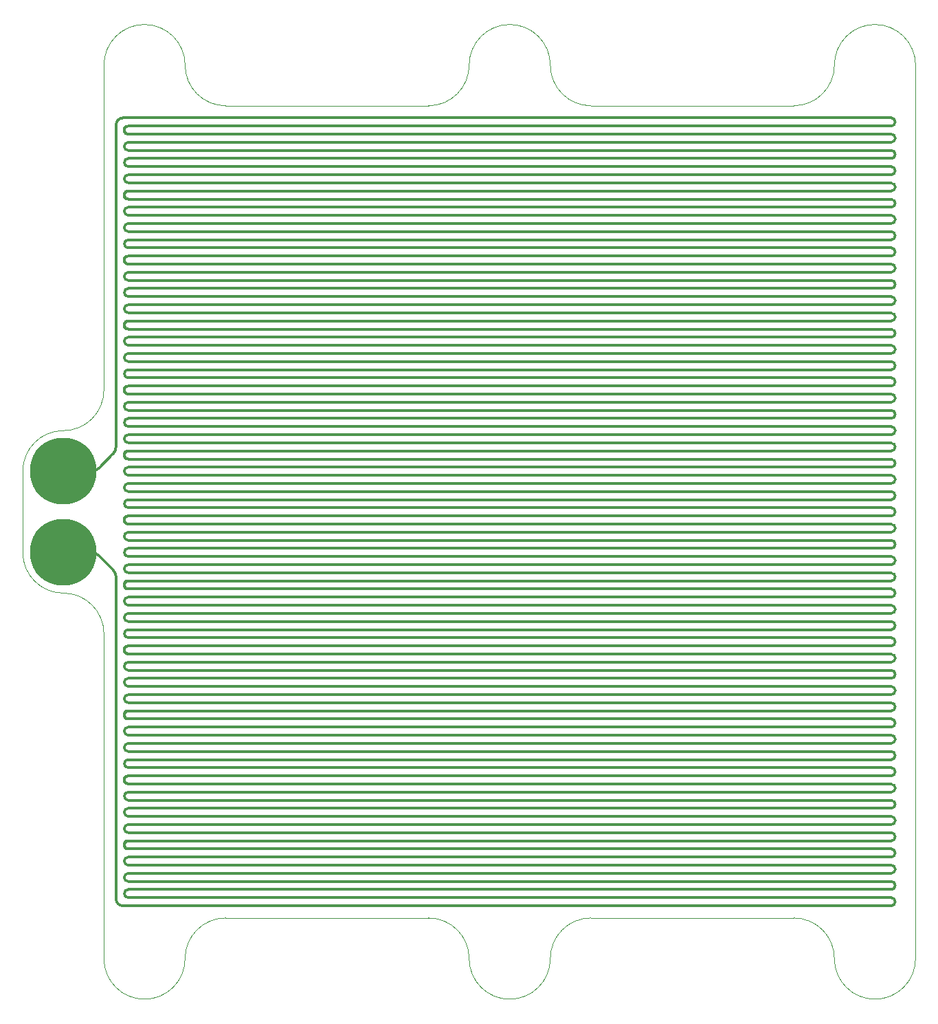
<source format=gbr>
%TF.GenerationSoftware,KiCad,Pcbnew,7.0.5*%
%TF.CreationDate,2023-06-24T20:49:16-04:00*%
%TF.ProjectId,Reflow,5265666c-6f77-42e6-9b69-6361645f7063,rev?*%
%TF.SameCoordinates,Original*%
%TF.FileFunction,Copper,L1,Top*%
%TF.FilePolarity,Positive*%
%FSLAX46Y46*%
G04 Gerber Fmt 4.6, Leading zero omitted, Abs format (unit mm)*
G04 Created by KiCad (PCBNEW 7.0.5) date 2023-06-24 20:49:16*
%MOMM*%
%LPD*%
G01*
G04 APERTURE LIST*
%TA.AperFunction,ComponentPad*%
%ADD10C,8.200000*%
%TD*%
%TA.AperFunction,Conductor*%
%ADD11C,0.300000*%
%TD*%
%TA.AperFunction,Profile*%
%ADD12C,0.100000*%
%TD*%
G04 APERTURE END LIST*
D10*
%TO.P,J8,1,Pin_1*%
%TO.N,Net-(J1-Pin_1)*%
X45000000Y-105000000D03*
%TD*%
%TO.P,J1,1,Pin_1*%
%TO.N,Net-(J1-Pin_1)*%
X45000000Y-95000000D03*
%TD*%
D11*
%TO.N,Net-(J1-Pin_1)*%
X52999999Y-83500000D02*
X147000000Y-83500000D01*
X147000000Y-56500002D02*
X53000000Y-56500002D01*
X147000000Y-72500000D02*
X53000000Y-72500000D01*
X147000000Y-66500000D02*
X52999999Y-66500000D01*
X53000000Y-124500000D02*
X147000000Y-124500000D01*
X147000000Y-65499999D02*
X52999999Y-65499999D01*
X147000000Y-105499999D02*
X52999999Y-105499999D01*
X52999999Y-142500000D02*
X147000000Y-142500000D01*
X53000000Y-68500000D02*
X147000000Y-68500000D01*
X147000000Y-69499999D02*
X52999999Y-69499999D01*
X147000000Y-121499999D02*
X52999999Y-121499999D01*
X52999999Y-119499999D02*
X147000000Y-119499999D01*
X52999999Y-87499999D02*
X147000000Y-87499999D01*
X52999997Y-147500001D02*
X147000000Y-147500001D01*
X52999999Y-143499999D02*
X147000000Y-143499999D01*
X147000000Y-138500000D02*
X52999999Y-138500000D01*
X52999999Y-67500000D02*
X147000000Y-67500000D01*
X52500000Y-108792891D02*
X52500000Y-109207105D01*
X147000000Y-129499999D02*
X52999999Y-129499999D01*
X52500000Y-132792891D02*
X52500000Y-133207105D01*
X52999999Y-70500000D02*
X147000000Y-70500000D01*
X51500000Y-108063490D02*
X51500000Y-147646447D01*
X147000000Y-109499999D02*
X52999999Y-109499999D01*
X52999999Y-94500000D02*
X147000000Y-94500000D01*
X52999999Y-79499999D02*
X147000000Y-79499999D01*
X52999999Y-139500000D02*
X147000000Y-139500000D01*
X52999997Y-146500001D02*
X147000000Y-146500001D01*
X53000000Y-92500000D02*
X147000000Y-92500000D01*
X147000000Y-93499999D02*
X52999999Y-93499999D01*
X53000000Y-76500000D02*
X147000000Y-76500000D01*
X147000000Y-77499999D02*
X52999999Y-77499999D01*
X48436509Y-105000000D02*
X45000000Y-105000000D01*
X147000000Y-61499999D02*
X52999999Y-61499999D01*
X52999999Y-91500000D02*
X147000000Y-91500000D01*
X147000000Y-125499999D02*
X52999999Y-125499999D01*
X147000000Y-57500001D02*
X52999999Y-57500001D01*
X52500000Y-52792893D02*
X52500000Y-53207107D01*
X52999999Y-126500000D02*
X147000000Y-126500000D01*
X52500000Y-100792891D02*
X52500000Y-101207105D01*
X147000000Y-98500000D02*
X52999999Y-98500000D01*
X147000000Y-85499999D02*
X52999999Y-85499999D01*
X147000000Y-144500000D02*
X53000000Y-144500000D01*
X52500000Y-84792891D02*
X52500000Y-85207105D01*
X147000000Y-101499999D02*
X52999999Y-101499999D01*
X147000000Y-81499999D02*
X52999999Y-81499999D01*
X53000000Y-84500000D02*
X147000000Y-84500000D01*
X147000000Y-106500000D02*
X52999999Y-106500000D01*
X52999999Y-55500001D02*
X147000000Y-55500001D01*
X52999999Y-131500000D02*
X147000000Y-131500000D01*
X147000000Y-58500002D02*
X52999999Y-58500002D01*
X52999999Y-103499999D02*
X147000000Y-103499999D01*
X147000000Y-104500000D02*
X53000000Y-104500000D01*
X52500000Y-92792891D02*
X52500000Y-93207105D01*
X52999999Y-107500000D02*
X147000000Y-107500000D01*
X53000000Y-52500002D02*
X147000000Y-52500002D01*
X147000000Y-53500001D02*
X52999999Y-53500001D01*
X52999999Y-135499999D02*
X147000000Y-135499999D01*
X147000000Y-112500000D02*
X53000000Y-112500000D01*
X52500000Y-60792891D02*
X52500000Y-61207105D01*
X147000000Y-96500000D02*
X53000000Y-96500000D01*
X52999999Y-59500002D02*
X147000000Y-59500002D01*
X53000000Y-132500000D02*
X147000000Y-132500000D01*
X52999999Y-102500000D02*
X147000000Y-102500000D01*
X147000000Y-133499999D02*
X52999999Y-133499999D01*
X52999999Y-134500000D02*
X147000000Y-134500000D01*
X52500000Y-124792891D02*
X52500000Y-125207105D01*
X52999999Y-95499999D02*
X147000000Y-95499999D01*
X49398448Y-105398448D02*
X51101551Y-107101551D01*
X52999999Y-127499999D02*
X147000000Y-127499999D01*
X52999999Y-115500000D02*
X147000000Y-115500000D01*
X147000000Y-141499999D02*
X52999999Y-141499999D01*
X147000000Y-136500000D02*
X53000000Y-136500000D01*
X52999999Y-110500000D02*
X147000000Y-110500000D01*
X147000000Y-88500000D02*
X53000000Y-88500000D01*
X53000000Y-108500000D02*
X147000000Y-108500000D01*
X52999999Y-123500000D02*
X147000000Y-123500000D01*
X147000000Y-130500000D02*
X52999999Y-130500000D01*
X52999999Y-62500000D02*
X147000000Y-62500000D01*
X52500000Y-68792891D02*
X52500000Y-69207105D01*
X147000000Y-97499999D02*
X52999999Y-97499999D01*
X52500000Y-116792891D02*
X52500000Y-117207105D01*
X147000000Y-122500000D02*
X52999999Y-122500000D01*
X147000000Y-113499999D02*
X52999999Y-113499999D01*
X52999999Y-71499999D02*
X147000000Y-71499999D01*
X147000000Y-89499999D02*
X52999999Y-89499999D01*
X49398448Y-94601551D02*
X51101551Y-92898448D01*
X147000000Y-145499999D02*
X52999999Y-145499999D01*
X52353553Y-148500001D02*
X147000000Y-148500001D01*
X52999999Y-78500000D02*
X147000000Y-78500000D01*
X53000000Y-100500000D02*
X147000000Y-100500000D01*
X52999999Y-111499999D02*
X147000000Y-111499999D01*
X52999999Y-118500000D02*
X147000000Y-118500000D01*
X147000000Y-74500000D02*
X52999999Y-74500000D01*
X147000000Y-64500000D02*
X53000000Y-64500000D01*
X147000000Y-82500000D02*
X52999999Y-82500000D01*
X52999999Y-75500000D02*
X147000000Y-75500000D01*
X53000000Y-140500000D02*
X147000000Y-140500000D01*
X52999999Y-86500000D02*
X147000000Y-86500000D01*
X147000000Y-51500002D02*
X52353552Y-51500002D01*
X52999999Y-99500000D02*
X147000000Y-99500000D01*
X147000000Y-128500000D02*
X53000000Y-128500000D01*
X147000000Y-120500000D02*
X53000000Y-120500000D01*
X53000000Y-60500000D02*
X147000000Y-60500000D01*
X52500000Y-140792891D02*
X52500000Y-141207105D01*
X147000000Y-137499999D02*
X52999999Y-137499999D01*
X147000000Y-80500000D02*
X53000000Y-80500000D01*
X147000000Y-117499999D02*
X52999999Y-117499999D01*
X147000000Y-114500000D02*
X52999999Y-114500000D01*
X48436509Y-95000000D02*
X45000000Y-95000000D01*
X52999999Y-54500002D02*
X147000000Y-54500002D01*
X147000000Y-90500000D02*
X52999999Y-90500000D01*
X53000000Y-116500000D02*
X147000000Y-116500000D01*
X147000000Y-73499999D02*
X52999999Y-73499999D01*
X52999999Y-63499999D02*
X147000000Y-63499999D01*
X51500000Y-91936509D02*
X51500000Y-52353552D01*
X52500000Y-76792891D02*
X52500000Y-77207105D01*
X52999999Y-94500000D02*
G75*
G03*
X52500000Y-94999999I1J-500000D01*
G01*
X147500001Y-128000000D02*
G75*
G03*
X147000000Y-127499999I-500001J0D01*
G01*
X52499999Y-76999999D02*
G75*
G03*
X52499999Y-76792891I-1126241823J103554D01*
G01*
X147000000Y-76500000D02*
G75*
G03*
X147500000Y-75999999I0J500000D01*
G01*
X52999999Y-82500000D02*
G75*
G03*
X52500000Y-82999999I1J-500000D01*
G01*
X147000000Y-132500000D02*
G75*
G03*
X147500000Y-131999999I0J500000D01*
G01*
X52499982Y-77207111D02*
G75*
G03*
X52999999Y-77499998I417918J140211D01*
G01*
X147500001Y-130000000D02*
G75*
G03*
X147000000Y-129499999I-500001J0D01*
G01*
X52499982Y-93207111D02*
G75*
G03*
X52999999Y-93499998I417918J140211D01*
G01*
X52999996Y-60500020D02*
G75*
G03*
X52500001Y-60792891I-82096J-433080D01*
G01*
X147000000Y-122500000D02*
G75*
G03*
X147500000Y-122000000I0J500000D01*
G01*
X147000000Y-134500000D02*
G75*
G03*
X147500000Y-134000000I0J500000D01*
G01*
X147500000Y-83999999D02*
G75*
G03*
X147000000Y-83500000I-500000J-1D01*
G01*
X52499981Y-53207113D02*
G75*
G03*
X52999999Y-53500000I417919J140213D01*
G01*
X53000000Y-116500000D02*
G75*
G03*
X52500000Y-116999999I0J-500000D01*
G01*
X147500001Y-70000000D02*
G75*
G03*
X147000000Y-69499999I-500001J0D01*
G01*
X52499999Y-147000000D02*
G75*
G03*
X52999997Y-147500001I500001J0D01*
G01*
X147000000Y-114500000D02*
G75*
G03*
X147500000Y-114000000I0J500000D01*
G01*
X147500001Y-136000000D02*
G75*
G03*
X147000000Y-135499999I-500001J0D01*
G01*
X52999997Y-146499998D02*
G75*
G03*
X52499998Y-147000000I3J-500002D01*
G01*
X52499999Y-84999999D02*
G75*
G03*
X52499999Y-84792891I-1126241823J103554D01*
G01*
X147000000Y-102500000D02*
G75*
G03*
X147500000Y-102000000I0J500000D01*
G01*
X53000000Y-104500000D02*
G75*
G03*
X52500000Y-104999999I0J-500000D01*
G01*
X52500001Y-124999999D02*
G75*
G03*
X52999999Y-125499999I499999J-1D01*
G01*
X52499999Y-55000001D02*
G75*
G03*
X52999999Y-55500001I500001J1D01*
G01*
X147000000Y-92500000D02*
G75*
G03*
X147500000Y-91999999I0J500000D01*
G01*
X147500000Y-123999999D02*
G75*
G03*
X147000000Y-123500000I-500000J-1D01*
G01*
X52999999Y-86500000D02*
G75*
G03*
X52500000Y-86999999I1J-500000D01*
G01*
X52999999Y-118500000D02*
G75*
G03*
X52500000Y-118999999I1J-500000D01*
G01*
X52500000Y-130999999D02*
G75*
G03*
X52999999Y-131500000I500000J-1D01*
G01*
X52499999Y-125207105D02*
G75*
G03*
X52499999Y-124999999I-1126241823J103553D01*
G01*
X147000000Y-66500000D02*
G75*
G03*
X147500000Y-66000000I0J500000D01*
G01*
X147500001Y-64000000D02*
G75*
G03*
X147000000Y-63499999I-500001J0D01*
G01*
X52499999Y-100999999D02*
G75*
G03*
X52499999Y-100792891I-1126241823J103554D01*
G01*
X147000000Y-100500000D02*
G75*
G03*
X147500000Y-99999999I0J500000D01*
G01*
X147500001Y-138000000D02*
G75*
G03*
X147000000Y-137499999I-500001J0D01*
G01*
X51749984Y-51749985D02*
G75*
G03*
X51500000Y-52353552I603516J-603515D01*
G01*
X52500001Y-112999999D02*
G75*
G03*
X52999999Y-113499999I499999J-1D01*
G01*
X147000000Y-128500000D02*
G75*
G03*
X147500000Y-128000000I0J500000D01*
G01*
X147000000Y-64500000D02*
G75*
G03*
X147500000Y-64000000I0J500000D01*
G01*
X147500001Y-94000000D02*
G75*
G03*
X147000000Y-93499999I-500001J0D01*
G01*
X53000000Y-56500000D02*
G75*
G03*
X52500000Y-57000001I0J-500000D01*
G01*
X147000000Y-104500000D02*
G75*
G03*
X147500000Y-104000000I0J500000D01*
G01*
X147000000Y-94500000D02*
G75*
G03*
X147500000Y-94000000I0J500000D01*
G01*
X53000000Y-128500000D02*
G75*
G03*
X52500000Y-128999999I0J-500000D01*
G01*
X52999999Y-78500000D02*
G75*
G03*
X52500000Y-78999999I1J-500000D01*
G01*
X52999996Y-124500020D02*
G75*
G03*
X52500001Y-124792891I-82096J-433080D01*
G01*
X147500001Y-90000000D02*
G75*
G03*
X147000000Y-89499999I-500001J0D01*
G01*
X52999999Y-130500000D02*
G75*
G03*
X52500000Y-130999999I1J-500000D01*
G01*
X147500001Y-106000000D02*
G75*
G03*
X147000000Y-105499999I-500001J0D01*
G01*
X147000000Y-90500000D02*
G75*
G03*
X147500000Y-90000000I0J500000D01*
G01*
X52499999Y-77207105D02*
G75*
G03*
X52499999Y-76999999I-1126241823J103553D01*
G01*
X147500001Y-66000000D02*
G75*
G03*
X147000000Y-65499999I-500001J0D01*
G01*
X147500001Y-142000000D02*
G75*
G03*
X147000000Y-141499999I-500001J0D01*
G01*
X147500001Y-146000000D02*
G75*
G03*
X147000000Y-145499999I-500001J0D01*
G01*
X147000000Y-58500000D02*
G75*
G03*
X147500000Y-58000002I0J500000D01*
G01*
X147000000Y-60500000D02*
G75*
G03*
X147500000Y-60000001I0J500000D01*
G01*
X147000000Y-112500000D02*
G75*
G03*
X147500000Y-112000000I0J500000D01*
G01*
X147500000Y-75999999D02*
G75*
G03*
X147000000Y-75500000I-500000J-1D01*
G01*
X52500000Y-122999999D02*
G75*
G03*
X52999999Y-123500000I500000J-1D01*
G01*
X53000000Y-80500000D02*
G75*
G03*
X52500000Y-80999999I0J-500000D01*
G01*
X147500001Y-112000000D02*
G75*
G03*
X147000000Y-111499999I-500001J0D01*
G01*
X52500001Y-94999999D02*
G75*
G03*
X52999999Y-95499999I499999J-1D01*
G01*
X52500000Y-98999999D02*
G75*
G03*
X52999999Y-99500000I500000J-1D01*
G01*
X52500001Y-88999999D02*
G75*
G03*
X52999999Y-89499999I499999J-1D01*
G01*
X52499982Y-117207111D02*
G75*
G03*
X52999999Y-117499998I417918J140211D01*
G01*
X52500001Y-86999999D02*
G75*
G03*
X52999999Y-87499999I499999J-1D01*
G01*
X52999999Y-110500000D02*
G75*
G03*
X52500000Y-110999999I1J-500000D01*
G01*
X52500001Y-68999999D02*
G75*
G03*
X52999999Y-69499999I499999J-1D01*
G01*
X52499982Y-133207111D02*
G75*
G03*
X52999999Y-133499998I417918J140211D01*
G01*
X147000000Y-84500000D02*
G75*
G03*
X147500000Y-83999999I0J500000D01*
G01*
X147500001Y-126000000D02*
G75*
G03*
X147000000Y-125499999I-500001J0D01*
G01*
X51750013Y-148249988D02*
G75*
G03*
X52353553Y-148500001I603587J603588D01*
G01*
X53000000Y-72500000D02*
G75*
G03*
X52500000Y-72999999I0J-500000D01*
G01*
X147500001Y-88000000D02*
G75*
G03*
X147000000Y-87499999I-500001J0D01*
G01*
X53000000Y-84500000D02*
G75*
G03*
X52500000Y-84999999I0J-500000D01*
G01*
X147000000Y-96500000D02*
G75*
G03*
X147500000Y-96000000I0J500000D01*
G01*
X49398446Y-105398450D02*
G75*
G03*
X48436509Y-105000000I-961946J-961950D01*
G01*
X147500000Y-107999999D02*
G75*
G03*
X147000000Y-107500000I-500000J-1D01*
G01*
X53000000Y-76500000D02*
G75*
G03*
X52500000Y-76999999I0J-500000D01*
G01*
X52499999Y-141207105D02*
G75*
G03*
X52499999Y-140999999I-1126241823J103553D01*
G01*
X147499999Y-56000002D02*
G75*
G03*
X147000000Y-55500001I-499999J2D01*
G01*
X147000000Y-138500000D02*
G75*
G03*
X147500000Y-138000000I0J500000D01*
G01*
X51101550Y-92898447D02*
G75*
G03*
X51500000Y-91936509I-961950J961947D01*
G01*
X52499999Y-124999999D02*
G75*
G03*
X52499999Y-124792891I-1126241823J103554D01*
G01*
X147000000Y-88500000D02*
G75*
G03*
X147500000Y-88000000I0J500000D01*
G01*
X147500001Y-114000000D02*
G75*
G03*
X147000000Y-113499999I-500001J0D01*
G01*
X53000000Y-140500000D02*
G75*
G03*
X52500000Y-140999999I0J-500000D01*
G01*
X52500001Y-78999999D02*
G75*
G03*
X52999999Y-79499999I499999J-1D01*
G01*
X147499999Y-54000002D02*
G75*
G03*
X147000000Y-53500001I-499999J2D01*
G01*
X52999996Y-76500020D02*
G75*
G03*
X52500001Y-76792891I-82096J-433080D01*
G01*
X52500001Y-134999999D02*
G75*
G03*
X52999999Y-135499999I499999J-1D01*
G01*
X147500000Y-99999999D02*
G75*
G03*
X147000000Y-99500000I-500000J-1D01*
G01*
X52999996Y-132500020D02*
G75*
G03*
X52500001Y-132792891I-82096J-433080D01*
G01*
X52500001Y-64999999D02*
G75*
G03*
X52999999Y-65499999I499999J-1D01*
G01*
X52500001Y-110999999D02*
G75*
G03*
X52999999Y-111499999I499999J-1D01*
G01*
X52500001Y-60999999D02*
G75*
G03*
X52999999Y-61499999I499999J-1D01*
G01*
X52499982Y-141207111D02*
G75*
G03*
X52999999Y-141499998I417918J140211D01*
G01*
X147500000Y-139999999D02*
G75*
G03*
X147000000Y-139500000I-500000J-1D01*
G01*
X48436509Y-95000002D02*
G75*
G03*
X49398448Y-94601551I-9J1360402D01*
G01*
X147500000Y-115999999D02*
G75*
G03*
X147000000Y-115500000I-500000J-1D01*
G01*
X147499999Y-148000000D02*
G75*
G03*
X147000000Y-147500001I-499999J0D01*
G01*
X52499999Y-69207105D02*
G75*
G03*
X52499999Y-68999999I-1126241823J103553D01*
G01*
X53000000Y-136500000D02*
G75*
G03*
X52500000Y-136999999I0J-500000D01*
G01*
X147000000Y-148500000D02*
G75*
G03*
X147500000Y-148000000I0J500000D01*
G01*
X52499999Y-53000001D02*
G75*
G03*
X52999999Y-53500001I500001J1D01*
G01*
X53000000Y-92500000D02*
G75*
G03*
X52500000Y-92999999I0J-500000D01*
G01*
X147500001Y-96000000D02*
G75*
G03*
X147000000Y-95499999I-500001J0D01*
G01*
X147000000Y-142500000D02*
G75*
G03*
X147500000Y-142000000I0J500000D01*
G01*
X52999999Y-70500000D02*
G75*
G03*
X52500000Y-70999999I1J-500000D01*
G01*
X147000000Y-56500000D02*
G75*
G03*
X147500000Y-56000002I0J500000D01*
G01*
X52999996Y-52500021D02*
G75*
G03*
X52500001Y-52792893I-82096J-433079D01*
G01*
X147000000Y-78500000D02*
G75*
G03*
X147500000Y-78000000I0J500000D01*
G01*
X147500001Y-86000000D02*
G75*
G03*
X147000000Y-85499999I-500001J0D01*
G01*
X53000000Y-52500000D02*
G75*
G03*
X52500000Y-53000001I0J-500000D01*
G01*
X147500000Y-91999999D02*
G75*
G03*
X147000000Y-91500000I-500000J-1D01*
G01*
X52500001Y-62999999D02*
G75*
G03*
X52999999Y-63499999I499999J-1D01*
G01*
X53000000Y-60500000D02*
G75*
G03*
X52500000Y-60999999I0J-500000D01*
G01*
X52499999Y-132999999D02*
G75*
G03*
X52499999Y-132792891I-1126241823J103554D01*
G01*
X53000000Y-132500000D02*
G75*
G03*
X52500000Y-132999999I0J-500000D01*
G01*
X52499999Y-85207105D02*
G75*
G03*
X52499999Y-84999999I-1126241823J103553D01*
G01*
X147000000Y-136500000D02*
G75*
G03*
X147500000Y-136000000I0J500000D01*
G01*
X53000000Y-112500000D02*
G75*
G03*
X52500000Y-112999999I0J-500000D01*
G01*
X147500001Y-120000000D02*
G75*
G03*
X147000000Y-119499999I-500001J0D01*
G01*
X147500001Y-98000000D02*
G75*
G03*
X147000000Y-97499999I-500001J0D01*
G01*
X52499982Y-125207111D02*
G75*
G03*
X52999999Y-125499998I417918J140211D01*
G01*
X52500000Y-106999999D02*
G75*
G03*
X52999999Y-107500000I500000J-1D01*
G01*
X52499999Y-57000001D02*
G75*
G03*
X52999999Y-57500001I500001J1D01*
G01*
X52499999Y-140999999D02*
G75*
G03*
X52499999Y-140792891I-1126241823J103554D01*
G01*
X147000000Y-52500000D02*
G75*
G03*
X147500000Y-52000002I0J500000D01*
G01*
X52500001Y-84999999D02*
G75*
G03*
X52999999Y-85499999I499999J-1D01*
G01*
X147000000Y-82500000D02*
G75*
G03*
X147500000Y-82000000I0J500000D01*
G01*
X52499999Y-116999999D02*
G75*
G03*
X52499999Y-116792891I-1126241823J103554D01*
G01*
X52999996Y-116500020D02*
G75*
G03*
X52500001Y-116792891I-82096J-433080D01*
G01*
X52500001Y-126999999D02*
G75*
G03*
X52999999Y-127499999I499999J-1D01*
G01*
X52499999Y-133207105D02*
G75*
G03*
X52499999Y-132999999I-1126241823J103553D01*
G01*
X147000000Y-54500000D02*
G75*
G03*
X147500000Y-54000002I0J500000D01*
G01*
X53000000Y-100500000D02*
G75*
G03*
X52500000Y-100999999I0J-500000D01*
G01*
X52500001Y-116999999D02*
G75*
G03*
X52999999Y-117499999I499999J-1D01*
G01*
X52500001Y-140999999D02*
G75*
G03*
X52999999Y-141499999I499999J-1D01*
G01*
X147499999Y-58000002D02*
G75*
G03*
X147000000Y-57500001I-499999J2D01*
G01*
X51500002Y-108063490D02*
G75*
G03*
X51101550Y-107101552I-1360402J-10D01*
G01*
X52999996Y-100500020D02*
G75*
G03*
X52500001Y-100792891I-82096J-433080D01*
G01*
X147500001Y-80000000D02*
G75*
G03*
X147000000Y-79499999I-500001J0D01*
G01*
X52999996Y-68500020D02*
G75*
G03*
X52500001Y-68792891I-82096J-433080D01*
G01*
X52353552Y-51500023D02*
G75*
G03*
X51750000Y-51750001I-52J-853477D01*
G01*
X52500001Y-92999999D02*
G75*
G03*
X52999999Y-93499999I499999J-1D01*
G01*
X147000000Y-80500000D02*
G75*
G03*
X147500000Y-80000000I0J500000D01*
G01*
X52500001Y-118999999D02*
G75*
G03*
X52999999Y-119499999I499999J-1D01*
G01*
X52500000Y-82999999D02*
G75*
G03*
X52999999Y-83500000I500000J-1D01*
G01*
X147000000Y-110500000D02*
G75*
G03*
X147500000Y-110000000I0J500000D01*
G01*
X147000000Y-72500000D02*
G75*
G03*
X147500000Y-72000000I0J500000D01*
G01*
X51500022Y-147646447D02*
G75*
G03*
X51750000Y-148250001I853478J-53D01*
G01*
X53000000Y-144500000D02*
G75*
G03*
X52500000Y-144999999I0J-500000D01*
G01*
X52500001Y-108999999D02*
G75*
G03*
X52999999Y-109499999I499999J-1D01*
G01*
X147000000Y-126500000D02*
G75*
G03*
X147500000Y-126000000I0J500000D01*
G01*
X147500001Y-62000000D02*
G75*
G03*
X147000000Y-61499999I-500001J0D01*
G01*
X52999996Y-108500020D02*
G75*
G03*
X52500001Y-108792891I-82096J-433080D01*
G01*
X52500001Y-72999999D02*
G75*
G03*
X52999999Y-73499999I499999J-1D01*
G01*
X52500001Y-102999999D02*
G75*
G03*
X52999999Y-103499999I499999J-1D01*
G01*
X147500001Y-134000000D02*
G75*
G03*
X147000000Y-133499999I-500001J0D01*
G01*
X147500001Y-102000000D02*
G75*
G03*
X147000000Y-101499999I-500001J0D01*
G01*
X147500001Y-110000000D02*
G75*
G03*
X147000000Y-109499999I-500001J0D01*
G01*
X52999999Y-114500000D02*
G75*
G03*
X52500000Y-114999999I1J-500000D01*
G01*
X52500000Y-66999999D02*
G75*
G03*
X52999999Y-67500000I500000J-1D01*
G01*
X147000000Y-146500000D02*
G75*
G03*
X147500000Y-146000001I0J500000D01*
G01*
X147000000Y-62500000D02*
G75*
G03*
X147500000Y-62000000I0J500000D01*
G01*
X53000000Y-64500000D02*
G75*
G03*
X52500000Y-64999999I0J-500000D01*
G01*
X52499999Y-109207105D02*
G75*
G03*
X52499999Y-108999999I-1126241823J103553D01*
G01*
X52500000Y-74999999D02*
G75*
G03*
X52999999Y-75500000I500000J-1D01*
G01*
X53000000Y-88500000D02*
G75*
G03*
X52500000Y-88999999I0J-500000D01*
G01*
X52500001Y-136999999D02*
G75*
G03*
X52999999Y-137499999I499999J-1D01*
G01*
X52499982Y-85207111D02*
G75*
G03*
X52999999Y-85499998I417918J140211D01*
G01*
X147000000Y-70500000D02*
G75*
G03*
X147500000Y-70000000I0J500000D01*
G01*
X147500001Y-144000000D02*
G75*
G03*
X147000000Y-143499999I-500001J0D01*
G01*
X53000000Y-96500000D02*
G75*
G03*
X52500000Y-96999999I0J-500000D01*
G01*
X52999999Y-54500000D02*
G75*
G03*
X52500000Y-55000001I1J-500000D01*
G01*
X52999996Y-140500020D02*
G75*
G03*
X52500001Y-140792891I-82096J-433080D01*
G01*
X52500000Y-114999999D02*
G75*
G03*
X52999999Y-115500000I500000J-1D01*
G01*
X147000000Y-98500000D02*
G75*
G03*
X147500000Y-98000000I0J500000D01*
G01*
X147000000Y-108500000D02*
G75*
G03*
X147500000Y-107999999I0J500000D01*
G01*
X52999999Y-66500000D02*
G75*
G03*
X52500000Y-66999999I1J-500000D01*
G01*
X52499999Y-68999999D02*
G75*
G03*
X52499999Y-68792891I-1126241823J103554D01*
G01*
X147000000Y-140500000D02*
G75*
G03*
X147500000Y-139999999I0J500000D01*
G01*
X147000000Y-118500000D02*
G75*
G03*
X147500000Y-118000000I0J500000D01*
G01*
X52999999Y-58500000D02*
G75*
G03*
X52500000Y-59000001I1J-500000D01*
G01*
X52499982Y-101207111D02*
G75*
G03*
X52999999Y-101499998I417918J140211D01*
G01*
X147500001Y-82000000D02*
G75*
G03*
X147000000Y-81499999I-500001J0D01*
G01*
X52999999Y-98500000D02*
G75*
G03*
X52500000Y-98999999I1J-500000D01*
G01*
X52499982Y-109207111D02*
G75*
G03*
X52999999Y-109499998I417918J140211D01*
G01*
X52500001Y-100999999D02*
G75*
G03*
X52999999Y-101499999I499999J-1D01*
G01*
X52499982Y-61207111D02*
G75*
G03*
X52999999Y-61499998I417918J140211D01*
G01*
X52999999Y-62500000D02*
G75*
G03*
X52500000Y-62999999I1J-500000D01*
G01*
X52500001Y-132999999D02*
G75*
G03*
X52999999Y-133499999I499999J-1D01*
G01*
X52499999Y-93207105D02*
G75*
G03*
X52499999Y-92999999I-1126241823J103553D01*
G01*
X52999999Y-106500000D02*
G75*
G03*
X52500000Y-106999999I1J-500000D01*
G01*
X52500001Y-128999999D02*
G75*
G03*
X52999999Y-129499999I499999J-1D01*
G01*
X52499999Y-101207105D02*
G75*
G03*
X52499999Y-100999999I-1126241823J103553D01*
G01*
X52500001Y-144999999D02*
G75*
G03*
X52999999Y-145499999I499999J-1D01*
G01*
X147500001Y-72000000D02*
G75*
G03*
X147000000Y-71499999I-500001J0D01*
G01*
X52499999Y-117207105D02*
G75*
G03*
X52499999Y-116999999I-1126241823J103553D01*
G01*
X147500001Y-78000000D02*
G75*
G03*
X147000000Y-77499999I-500001J0D01*
G01*
X147000000Y-144500000D02*
G75*
G03*
X147500000Y-144000000I0J500000D01*
G01*
X52499999Y-61207105D02*
G75*
G03*
X52499999Y-60999999I-1126241823J103553D01*
G01*
X52999999Y-142500000D02*
G75*
G03*
X52500000Y-142999999I1J-500000D01*
G01*
X52500001Y-70999999D02*
G75*
G03*
X52999999Y-71499999I499999J-1D01*
G01*
X147000000Y-106500000D02*
G75*
G03*
X147500000Y-106000000I0J500000D01*
G01*
X52500001Y-76999999D02*
G75*
G03*
X52999999Y-77499999I499999J-1D01*
G01*
X52499999Y-92999999D02*
G75*
G03*
X52499999Y-92792891I-1126241823J103554D01*
G01*
X147000000Y-130500000D02*
G75*
G03*
X147500000Y-130000000I0J500000D01*
G01*
X147500001Y-74000000D02*
G75*
G03*
X147000000Y-73499999I-500001J0D01*
G01*
X52999996Y-84500020D02*
G75*
G03*
X52500001Y-84792891I-82096J-433080D01*
G01*
X52999999Y-122500000D02*
G75*
G03*
X52500000Y-122999999I1J-500000D01*
G01*
X52499999Y-60999999D02*
G75*
G03*
X52499999Y-60792891I-1126241823J103554D01*
G01*
X53000000Y-124500000D02*
G75*
G03*
X52500000Y-124999999I0J-500000D01*
G01*
X147500000Y-67999999D02*
G75*
G03*
X147000000Y-67500000I-500000J-1D01*
G01*
X147000000Y-116500000D02*
G75*
G03*
X147500000Y-115999999I0J500000D01*
G01*
X147000000Y-68500000D02*
G75*
G03*
X147500000Y-67999999I0J500000D01*
G01*
X52500000Y-90999999D02*
G75*
G03*
X52999999Y-91500000I500000J-1D01*
G01*
X52500001Y-120999999D02*
G75*
G03*
X52999999Y-121499999I499999J-1D01*
G01*
X147500001Y-104000000D02*
G75*
G03*
X147000000Y-103499999I-500001J0D01*
G01*
X52500001Y-142999999D02*
G75*
G03*
X52999999Y-143499999I499999J-1D01*
G01*
X147000000Y-124500000D02*
G75*
G03*
X147500000Y-123999999I0J500000D01*
G01*
X52499982Y-69207111D02*
G75*
G03*
X52999999Y-69499998I417918J140211D01*
G01*
X52499998Y-59000001D02*
G75*
G03*
X52999999Y-59500002I500002J1D01*
G01*
X53000000Y-108500000D02*
G75*
G03*
X52500000Y-108999999I0J-500000D01*
G01*
X147000000Y-86500000D02*
G75*
G03*
X147500000Y-86000000I0J500000D01*
G01*
X52499999Y-53207107D02*
G75*
G03*
X52499999Y-53000001I-1126241823J103553D01*
G01*
X53000000Y-120500000D02*
G75*
G03*
X52500000Y-120999999I0J-500000D01*
G01*
X52999999Y-134500000D02*
G75*
G03*
X52500000Y-134999999I1J-500000D01*
G01*
X147500001Y-118000000D02*
G75*
G03*
X147000000Y-117499999I-500001J0D01*
G01*
X53000000Y-68500000D02*
G75*
G03*
X52500000Y-68999999I0J-500000D01*
G01*
X52999996Y-92500020D02*
G75*
G03*
X52500001Y-92792891I-82096J-433080D01*
G01*
X52999999Y-102500000D02*
G75*
G03*
X52500000Y-102999999I1J-500000D01*
G01*
X147500001Y-122000000D02*
G75*
G03*
X147000000Y-121499999I-500001J0D01*
G01*
X52500001Y-104999999D02*
G75*
G03*
X52999999Y-105499999I499999J-1D01*
G01*
X52999999Y-126500000D02*
G75*
G03*
X52500000Y-126999999I1J-500000D01*
G01*
X52999999Y-138500000D02*
G75*
G03*
X52500000Y-138999999I1J-500000D01*
G01*
X147000000Y-120500000D02*
G75*
G03*
X147500000Y-120000000I0J500000D01*
G01*
X147499998Y-60000001D02*
G75*
G03*
X147000000Y-59500002I-499998J1D01*
G01*
X52499999Y-108999999D02*
G75*
G03*
X52499999Y-108792891I-1126241823J103554D01*
G01*
X147500000Y-131999999D02*
G75*
G03*
X147000000Y-131500000I-500000J-1D01*
G01*
X52500001Y-96999999D02*
G75*
G03*
X52999999Y-97499999I499999J-1D01*
G01*
X147499998Y-52000002D02*
G75*
G03*
X147000000Y-51500002I-499998J2D01*
G01*
X52999999Y-74500000D02*
G75*
G03*
X52500000Y-74999999I1J-500000D01*
G01*
X52499999Y-53000001D02*
G75*
G03*
X52499999Y-52792893I-1126241823J103554D01*
G01*
X52999999Y-90500000D02*
G75*
G03*
X52500000Y-90999999I1J-500000D01*
G01*
X147000000Y-74500000D02*
G75*
G03*
X147500000Y-74000000I0J500000D01*
G01*
X52500001Y-80999999D02*
G75*
G03*
X52999999Y-81499999I499999J-1D01*
G01*
X52500000Y-138999999D02*
G75*
G03*
X52999999Y-139500000I500000J-1D01*
G01*
%TD*%
D12*
X50000000Y-155000000D02*
G75*
G03*
X55000000Y-160000000I5000000J0D01*
G01*
X135000000Y-50000000D02*
X110000000Y-50000000D01*
X100000000Y-160000000D02*
G75*
G03*
X105000000Y-155000000I0J5000000D01*
G01*
X60000000Y-45000000D02*
G75*
G03*
X65000000Y-50000000I5000000J0D01*
G01*
X95000000Y-155000000D02*
G75*
G03*
X90000000Y-150000000I-5000000J0D01*
G01*
X110000000Y-150000000D02*
G75*
G03*
X105000000Y-155000000I0J-5000000D01*
G01*
X140000000Y-155000000D02*
G75*
G03*
X145000000Y-160000000I5000000J0D01*
G01*
X60000000Y-45000000D02*
G75*
G03*
X55000000Y-40000000I-5000000J0D01*
G01*
X105000000Y-45000000D02*
G75*
G03*
X100000000Y-40000000I-5000000J0D01*
G01*
X50000000Y-45000000D02*
X50000000Y-85000000D01*
X145000000Y-160000000D02*
G75*
G03*
X150000000Y-155000000I0J5000000D01*
G01*
X90000000Y-50000000D02*
X65000000Y-50000000D01*
X40000000Y-105000000D02*
G75*
G03*
X45000000Y-110000000I5000000J0D01*
G01*
X55000000Y-40000000D02*
G75*
G03*
X50000000Y-45000000I0J-5000000D01*
G01*
X145000000Y-40000000D02*
G75*
G03*
X140000000Y-45000000I0J-5000000D01*
G01*
X100000000Y-40000000D02*
G75*
G03*
X95000000Y-45000000I0J-5000000D01*
G01*
X50000001Y-115000000D02*
G75*
G03*
X45000000Y-109999999I-5000001J0D01*
G01*
X90000000Y-50000000D02*
G75*
G03*
X95000000Y-45000000I0J5000000D01*
G01*
X150000000Y-155000000D02*
X150000000Y-45000000D01*
X95000000Y-155000000D02*
G75*
G03*
X100000000Y-160000000I5000000J0D01*
G01*
X45000000Y-90000000D02*
G75*
G03*
X50000000Y-85000000I0J5000000D01*
G01*
X65000000Y-150000000D02*
G75*
G03*
X60000000Y-155000000I0J-5000000D01*
G01*
X50000000Y-115000000D02*
X50000000Y-155000000D01*
X40000000Y-95000000D02*
X40000000Y-105000000D01*
X110000000Y-150000000D02*
X135000000Y-150000000D01*
X150000000Y-45000000D02*
G75*
G03*
X145000000Y-40000000I-5000000J0D01*
G01*
X105000000Y-45000000D02*
G75*
G03*
X110000000Y-50000000I5000000J0D01*
G01*
X55000000Y-160000000D02*
G75*
G03*
X60000000Y-155000000I0J5000000D01*
G01*
X45000000Y-90000000D02*
G75*
G03*
X40000000Y-95000000I0J-5000000D01*
G01*
X65000000Y-150000000D02*
X90000000Y-150000000D01*
X140000000Y-155000000D02*
G75*
G03*
X135000000Y-150000000I-5000000J0D01*
G01*
X135000000Y-50000000D02*
G75*
G03*
X140000000Y-45000000I0J5000000D01*
G01*
M02*

</source>
